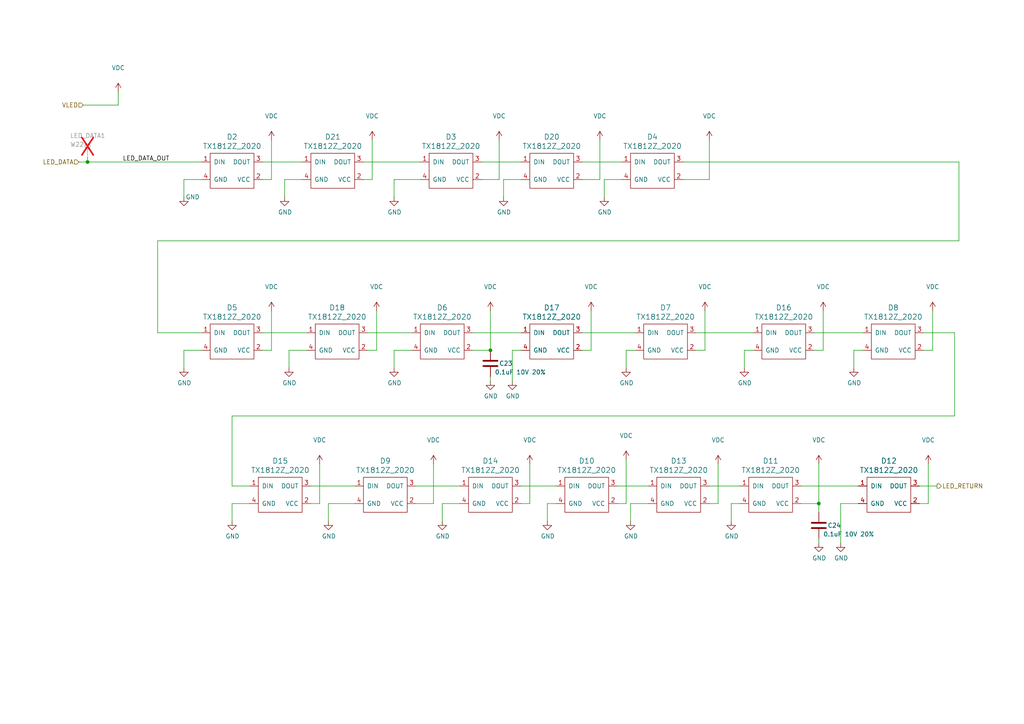
<source format=kicad_sch>
(kicad_sch (version 20231120) (generator "eeschema") (generator_version "8.0")
  (paper "A4")
  (title_block (title "Pixels D20 Schematic, LEDs") (date "2020-04-13") (rev "2") (company "Systemic Games, LLC"))
  (lib_symbols
    (symbol "Device:C" (pin_numbers hide) (pin_names (offset 0.254))
      (property "Reference" "C" (at 0.635 2.54 0))
      (property "Value" "C" (at 0.635 -2.54 0))
      (symbol "C_0_1"
        (polyline (pts (xy -2.032 -0.762) (xy 2.032 -0.762)) (stroke (width 0.508)))
        (polyline (pts (xy -2.032 0.762) (xy 2.032 0.762)) (stroke (width 0.508)))
      )
      (symbol "C_1_1"
        (pin passive line (at 0 3.81 270) (length 2.794) (name "~") (number "1"))
        (pin passive line (at 0 -3.81 90) (length 2.794) (name "~") (number "2"))
      )
    )
    (symbol "Pixels-dice:TEST_1P-conn" (pin_numbers hide) (pin_names (offset 0.762) hide)
      (property "Reference" "W" (at 0 6.858 0))
      (property "Value" "TEST_1P-conn" (at 0 5.08 0))
      (symbol "TEST_1P-conn_0_1"
        (circle (center 0 3.302) (radius 0.762))
      )
      (symbol "TEST_1P-conn_1_1"
        (pin passive line (at 0 0 90) (length 2.54) (name "1") (number "1"))
      )
    )
    (symbol "Pixels-dice:TX1812Z_2020" (pin_names (offset 1.016))
      (property "Reference" "D" (at 0 -6.35 0))
      (property "Value" "TX1812Z_2020" (at 0 6.35 0))
      (symbol "TX1812Z_2020_0_1"
        (rectangle (start -6.35 5.08) (end 6.35 -5.08))
      )
      (symbol "TX1812Z_2020_1_1"
        (pin input line (at -8.89 2.54 0) (length 2.54) (name "DIN") (number "1"))
        (pin power_in line (at 8.89 -2.54 180) (length 2.54) (name "VCC") (number "2"))
        (pin output line (at 8.89 2.54 180) (length 2.54) (name "DOUT") (number "3"))
        (pin power_in line (at -8.89 -2.54 0) (length 2.54) (name "GND") (number "4"))
      )
    )
    (symbol "power:GND" (power) (pin_names (offset 0))
      (property "Value" "GND" (at 0 -3.81 0))
      (symbol "GND_0_1"
        (polyline (pts (xy 0 0) (xy 0 -1.27) (xy 1.27 -1.27) (xy 0 -2.54) (xy -1.27 -1.27) (xy 0 -1.27)))
      )
      (symbol "GND_1_1"
        (pin power_in line (at 0 0 270) (length 0) hide (name "GND") (number "1"))
      )
    )
    (symbol "power:VDC" (power) (pin_names (offset 0))
      (property "Value" "VDC" (at 0 6.35 0))
      (symbol "VDC_0_1"
        (polyline (pts (xy -0.762 1.27) (xy 0 2.54)))
        (polyline (pts (xy 0 0) (xy 0 2.54)))
        (polyline (pts (xy 0 2.54) (xy 0.762 1.27)))
      )
      (symbol "VDC_1_1"
        (pin power_in line (at 0 0 90) (length 0) hide (name "VDC") (number "1"))
      )
    )
  )
  (junction (at 25.4 46.99))
  (junction (at 237.49 146.05))
  (junction (at 142.24 101.6))
  (wire (pts (xy 168.91 46.99) (xy 180.34 46.99)))
  (wire (pts (xy 181.61 101.6) (xy 181.61 106.68)))
  (wire (pts (xy 105.41 52.07) (xy 107.95 52.07)))
  (wire (pts (xy 105.41 46.99) (xy 121.92 46.99)))
  (wire (pts (xy 92.71 134.62) (xy 92.71 146.05)))
  (wire (pts (xy 58.42 96.52) (xy 45.72 96.52)))
  (wire (pts (xy 278.13 69.85) (xy 45.72 69.85)))
  (wire (pts (xy 201.93 101.6) (xy 204.47 101.6)))
  (wire (pts (xy 53.34 52.07) (xy 53.34 57.15)))
  (wire (pts (xy 237.49 148.59) (xy 237.49 146.05)))
  (wire (pts (xy 236.22 96.52) (xy 250.19 96.52)))
  (wire (pts (xy 72.39 140.97) (xy 67.31 140.97)))
  (wire (pts (xy 76.2 96.52) (xy 88.9 96.52)))
  (wire (pts (xy 278.13 46.99) (xy 278.13 69.85)))
  (wire (pts (xy 125.73 134.62) (xy 125.73 146.05)))
  (wire (pts (xy 175.26 52.07) (xy 175.26 57.15)))
  (wire (pts (xy 90.17 146.05) (xy 92.71 146.05)))
  (wire (pts (xy 95.25 146.05) (xy 95.25 151.13)))
  (wire (pts (xy 142.24 109.22) (xy 142.24 110.49)))
  (wire (pts (xy 67.31 146.05) (xy 72.39 146.05)))
  (wire (pts (xy 205.74 40.64) (xy 205.74 52.07)))
  (wire (pts (xy 53.34 106.68) (xy 53.34 101.6)))
  (wire (pts (xy 78.74 90.17) (xy 78.74 101.6)))
  (wire (pts (xy 168.91 52.07) (xy 173.99 52.07)))
  (wire (pts (xy 114.3 52.07) (xy 114.3 57.15)))
  (wire (pts (xy 106.68 101.6) (xy 109.22 101.6)))
  (wire (pts (xy 243.84 146.05) (xy 248.92 146.05)))
  (wire (pts (xy 128.27 151.13) (xy 128.27 146.05)))
  (wire (pts (xy 198.12 52.07) (xy 205.74 52.07)))
  (wire (pts (xy 237.49 156.21) (xy 237.49 157.48)))
  (wire (pts (xy 215.9 101.6) (xy 218.44 101.6)))
  (wire (pts (xy 212.09 146.05) (xy 214.63 146.05)))
  (wire (pts (xy 114.3 101.6) (xy 119.38 101.6)))
  (wire (pts (xy 25.4 45.72) (xy 25.4 46.99)))
  (wire (pts (xy 208.28 134.62) (xy 208.28 146.05)))
  (wire (pts (xy 151.13 146.05) (xy 153.67 146.05)))
  (wire (pts (xy 76.2 101.6) (xy 78.74 101.6)))
  (wire (pts (xy 151.13 140.97) (xy 161.29 140.97)))
  (wire (pts (xy 67.31 140.97) (xy 67.31 120.65)))
  (wire (pts (xy 269.24 134.62) (xy 269.24 146.05)))
  (wire (pts (xy 266.7 146.05) (xy 269.24 146.05)))
  (wire (pts (xy 205.74 146.05) (xy 208.28 146.05)))
  (wire (pts (xy 95.25 146.05) (xy 102.87 146.05)))
  (wire (pts (xy 205.74 140.97) (xy 214.63 140.97)))
  (wire (pts (xy 53.34 52.07) (xy 58.42 52.07)))
  (wire (pts (xy 114.3 106.68) (xy 114.3 101.6)))
  (wire (pts (xy 45.72 69.85) (xy 45.72 96.52)))
  (wire (pts (xy 267.97 101.6) (xy 270.51 101.6)))
  (wire (pts (xy 168.91 96.52) (xy 184.15 96.52)))
  (wire (pts (xy 247.65 101.6) (xy 247.65 106.68)))
  (wire (pts (xy 34.29 30.48) (xy 34.29 26.67)))
  (wire (pts (xy 204.47 90.17) (xy 204.47 101.6)))
  (wire (pts (xy 148.59 101.6) (xy 151.13 101.6)))
  (wire (pts (xy 232.41 146.05) (xy 237.49 146.05)))
  (wire (pts (xy 76.2 46.99) (xy 87.63 46.99)))
  (wire (pts (xy 139.7 52.07) (xy 144.78 52.07)))
  (wire (pts (xy 142.24 90.17) (xy 142.24 101.6)))
  (wire (pts (xy 181.61 101.6) (xy 184.15 101.6)))
  (wire (pts (xy 109.22 90.17) (xy 109.22 101.6)))
  (wire (pts (xy 182.88 146.05) (xy 187.96 146.05)))
  (wire (pts (xy 83.82 101.6) (xy 88.9 101.6)))
  (wire (pts (xy 182.88 151.13) (xy 182.88 146.05)))
  (wire (pts (xy 243.84 157.48) (xy 243.84 146.05)))
  (wire (pts (xy 212.09 146.05) (xy 212.09 151.13)))
  (wire (pts (xy 25.4 46.99) (xy 58.42 46.99)))
  (wire (pts (xy 179.07 146.05) (xy 181.61 146.05)))
  (wire (pts (xy 276.86 96.52) (xy 267.97 96.52)))
  (wire (pts (xy 120.65 140.97) (xy 133.35 140.97)))
  (wire (pts (xy 146.05 57.15) (xy 146.05 52.07)))
  (wire (pts (xy 107.95 40.64) (xy 107.95 52.07)))
  (wire (pts (xy 144.78 40.64) (xy 144.78 52.07)))
  (wire (pts (xy 236.22 101.6) (xy 238.76 101.6)))
  (wire (pts (xy 137.16 101.6) (xy 142.24 101.6)))
  (wire (pts (xy 139.7 46.99) (xy 151.13 46.99)))
  (wire (pts (xy 82.55 52.07) (xy 87.63 52.07)))
  (wire (pts (xy 128.27 146.05) (xy 133.35 146.05)))
  (wire (pts (xy 171.45 90.17) (xy 171.45 101.6)))
  (wire (pts (xy 137.16 96.52) (xy 151.13 96.52)))
  (wire (pts (xy 106.68 96.52) (xy 119.38 96.52)))
  (wire (pts (xy 114.3 52.07) (xy 121.92 52.07)))
  (wire (pts (xy 153.67 134.62) (xy 153.67 146.05)))
  (wire (pts (xy 90.17 140.97) (xy 102.87 140.97)))
  (wire (pts (xy 238.76 90.17) (xy 238.76 101.6)))
  (wire (pts (xy 175.26 52.07) (xy 180.34 52.07)))
  (wire (pts (xy 146.05 52.07) (xy 151.13 52.07)))
  (wire (pts (xy 276.86 120.65) (xy 276.86 96.52)))
  (wire (pts (xy 215.9 101.6) (xy 215.9 106.68)))
  (wire (pts (xy 22.86 46.99) (xy 25.4 46.99)))
  (wire (pts (xy 76.2 52.07) (xy 78.74 52.07)))
  (wire (pts (xy 266.7 140.97) (xy 271.78 140.97)))
  (wire (pts (xy 181.61 133.35) (xy 181.61 146.05)))
  (wire (pts (xy 173.99 40.64) (xy 173.99 52.07)))
  (wire (pts (xy 201.93 96.52) (xy 218.44 96.52)))
  (wire (pts (xy 148.59 101.6) (xy 148.59 110.49)))
  (wire (pts (xy 78.74 40.64) (xy 78.74 52.07)))
  (wire (pts (xy 158.75 151.13) (xy 158.75 146.05)))
  (wire (pts (xy 198.12 46.99) (xy 278.13 46.99)))
  (wire (pts (xy 67.31 151.13) (xy 67.31 146.05)))
  (wire (pts (xy 232.41 140.97) (xy 248.92 140.97)))
  (wire (pts (xy 24.13 30.48) (xy 34.29 30.48)))
  (wire (pts (xy 168.91 101.6) (xy 171.45 101.6)))
  (wire (pts (xy 67.31 120.65) (xy 276.86 120.65)))
  (wire (pts (xy 82.55 57.15) (xy 82.55 52.07)))
  (wire (pts (xy 247.65 101.6) (xy 250.19 101.6)))
  (wire (pts (xy 158.75 146.05) (xy 161.29 146.05)))
  (wire (pts (xy 83.82 106.68) (xy 83.82 101.6)))
  (wire (pts (xy 270.51 90.17) (xy 270.51 101.6)))
  (wire (pts (xy 179.07 140.97) (xy 187.96 140.97)))
  (wire (pts (xy 53.34 101.6) (xy 58.42 101.6)))
  (wire (pts (xy 120.65 146.05) (xy 125.73 146.05)))
  (wire (pts (xy 237.49 134.62) (xy 237.49 146.05)))
  (label "LED_DATA_OUT" (at 35.56 46.99 0))
  (hierarchical_label "LED_DATA" (shape input) (at 22.86 46.99 180))
  (hierarchical_label "LED_RETURN" (shape output) (at 271.78 140.97 0))
  (hierarchical_label "VLED" (shape input) (at 24.13 30.48 180))
  (symbol (lib_id "Pixels-dice:TEST_1P-conn") (at 25.4 45.72 0) (unit 1) (in_bom no) (dnp yes)
    (property "Reference" "W22" (at 20.32 41.91 0) (effects (justify left)))
    (property "Value" "LED_DATA1" (at 20.32 39.37 0) (effects (justify left)))
    (property "Footprint" "Pixels-dice:TEST_PIN" (effects (hide yes)))
    (property "Generic OK" "N/A" (effects (hide yes)))
  )
  (symbol (lib_id "power:VDC") (at 34.29 26.67 0) (unit 1)
    (property "Reference" "#PWR0102" (effects (hide yes)))
    (property "Value" "VDC" (at 34.29 19.685 0))
  )
  (symbol (lib_id "power:VDC") (at 78.74 40.64 0) (unit 1)
    (property "Reference" "#PWR0103" (effects (hide yes)))
    (property "Value" "VDC" (at 78.74 33.655 0))
  )
  (symbol (lib_id "power:VDC") (at 107.95 40.64 0) (unit 1)
    (property "Reference" "#PWR0104" (effects (hide yes)))
    (property "Value" "VDC" (at 107.95 33.655 0))
  )
  (symbol (lib_id "power:GND") (at 53.34 57.15 0) (unit 1)
    (property "Reference" "#PWR0105" (effects (hide yes)))
    (property "Value" "GND" (at 55.88 57.15 0))
  )
  (symbol (lib_id "power:GND") (at 82.55 57.15 0) (unit 1)
    (property "Reference" "#PWR0106" (effects (hide yes)))
    (property "Value" "GND" (at 82.677 61.5442 0))
  )
  (symbol (lib_id "power:VDC") (at 144.78 40.64 0) (unit 1)
    (property "Reference" "#PWR0107" (effects (hide yes)))
    (property "Value" "VDC" (at 144.78 33.655 0))
  )
  (symbol (lib_id "power:VDC") (at 173.99 40.64 0) (unit 1)
    (property "Reference" "#PWR0108" (effects (hide yes)))
    (property "Value" "VDC" (at 173.99 33.655 0))
  )
  (symbol (lib_id "power:GND") (at 114.3 57.15 0) (unit 1)
    (property "Reference" "#PWR0109" (effects (hide yes)))
    (property "Value" "GND" (at 114.427 61.5442 0))
  )
  (symbol (lib_id "power:GND") (at 146.05 57.15 0) (unit 1)
    (property "Reference" "#PWR0110" (effects (hide yes)))
    (property "Value" "GND" (at 146.177 61.5442 0))
  )
  (symbol (lib_id "power:VDC") (at 205.74 40.64 0) (unit 1)
    (property "Reference" "#PWR0111" (effects (hide yes)))
    (property "Value" "VDC" (at 205.74 33.655 0))
  )
  (symbol (lib_id "power:VDC") (at 142.24 90.17 0) (unit 1)
    (property "Reference" "#PWR0113" (effects (hide yes)))
    (property "Value" "VDC" (at 142.24 83.185 0))
  )
  (symbol (lib_id "power:GND") (at 53.34 106.68 0) (unit 1)
    (property "Reference" "#PWR0115" (effects (hide yes)))
    (property "Value" "GND" (at 53.467 111.0742 0))
  )
  (symbol (lib_id "power:GND") (at 175.26 57.15 0) (unit 1)
    (property "Reference" "#PWR0116" (effects (hide yes)))
    (property "Value" "GND" (at 175.387 61.5442 0))
  )
  (symbol (lib_id "power:VDC") (at 125.73 134.62 0) (unit 1)
    (property "Reference" "#PWR0117" (effects (hide yes)))
    (property "Value" "VDC" (at 125.73 127.635 0))
  )
  (symbol (lib_id "power:VDC") (at 181.61 133.35 0) (unit 1)
    (property "Reference" "#PWR0118" (effects (hide yes)))
    (property "Value" "VDC" (at 181.61 126.365 0))
  )
  (symbol (lib_id "power:GND") (at 95.25 151.13 0) (unit 1)
    (property "Reference" "#PWR0119" (effects (hide yes)))
    (property "Value" "GND" (at 95.377 155.5242 0))
  )
  (symbol (lib_id "power:GND") (at 158.75 151.13 0) (unit 1)
    (property "Reference" "#PWR0120" (effects (hide yes)))
    (property "Value" "GND" (at 158.877 155.5242 0))
  )
  (symbol (lib_id "power:VDC") (at 237.49 134.62 0) (unit 1)
    (property "Reference" "#PWR019" (effects (hide yes)))
    (property "Value" "VDC" (at 237.49 127.635 0))
  )
  (symbol (lib_id "power:GND") (at 212.09 151.13 0) (unit 1)
    (property "Reference" "#PWR0122" (effects (hide yes)))
    (property "Value" "GND" (at 212.217 155.5242 0))
  )
  (symbol (lib_id "Device:C") (at 142.24 105.41 0) (unit 1)
    (property "Reference" "C23" (at 144.78 105.41 0) (effects (justify left)))
    (property "Value" "0.1uF 10V 20%" (at 143.51 107.95 0) (effects (justify left)))
    (property "Footprint" "Pixels-dice:C_0402_1005Metric" (effects (hide yes)))
    (property "Generic OK" "YES" (effects (hide yes)))
    (property "Pixels Part Number" "SMD-C005" (effects (hide yes)))
    (property "Manufacturer" "Murata" (effects (hide yes)))
    (property "Manufacturer Part Number" "GRM155R61H104KE19D" (effects (hide yes)))
  )
  (symbol (lib_id "power:GND") (at 142.24 110.49 0) (unit 1)
    (property "Reference" "#PWR0140" (effects (hide yes)))
    (property "Value" "GND" (at 142.367 114.8842 0))
  )
  (symbol (lib_id "Device:C") (at 237.49 152.4 0) (unit 1)
    (property "Reference" "C24" (at 240.03 152.4 0) (effects (justify left)))
    (property "Value" "0.1uF 10V 20%" (at 238.76 154.94 0) (effects (justify left)))
    (property "Footprint" "Pixels-dice:C_0402_1005Metric" (effects (hide yes)))
    (property "Generic OK" "YES" (effects (hide yes)))
    (property "Pixels Part Number" "SMD-C005" (effects (hide yes)))
    (property "Manufacturer" "Murata" (effects (hide yes)))
    (property "Manufacturer Part Number" "GRM155R61H104KE19D" (effects (hide yes)))
  )
  (symbol (lib_id "power:GND") (at 237.49 157.48 0) (unit 1)
    (property "Reference" "#PWR0141" (effects (hide yes)))
    (property "Value" "GND" (at 237.617 161.8742 0))
  )
  (symbol (lib_id "Pixels-dice:TX1812Z_2020") (at 67.31 49.53 0) (unit 1)
    (property "Reference" "D2" (at 67.31 39.7002 0) (effects (font (size 1.524 1.524))))
    (property "Value" "TX1812Z_2020" (at 67.31 42.3926 0) (effects (font (size 1.524 1.524))))
    (property "Footprint" "Pixels-dice:TX1812Z_2020" (effects (hide yes)))
    (property "Manufacturer" "TCWIN" (effects (hide yes)))
    (property "Manufacturer Part Number" "TX1812Z 2020" (effects (hide yes)))
    (property "Pixels Part Number" "SMD-D002-ALT2" (effects (hide yes)))
    (property "Generic OK" "NO" (effects (hide yes)))
  )
  (symbol (lib_id "Pixels-dice:TX1812Z_2020") (at 130.81 49.53 0) (unit 1)
    (property "Reference" "D3" (at 130.81 39.7002 0) (effects (font (size 1.524 1.524))))
    (property "Value" "TX1812Z_2020" (at 130.81 42.3926 0) (effects (font (size 1.524 1.524))))
    (property "Footprint" "Pixels-dice:TX1812Z_2020" (effects (hide yes)))
    (property "Manufacturer" "TCWIN" (effects (hide yes)))
    (property "Manufacturer Part Number" "TX1812Z 2020" (effects (hide yes)))
    (property "Pixels Part Number" "SMD-D002-ALT2" (effects (hide yes)))
    (property "Generic OK" "NO" (effects (hide yes)))
  )
  (symbol (lib_id "Pixels-dice:TX1812Z_2020") (at 189.23 49.53 0) (unit 1)
    (property "Reference" "D4" (at 189.23 39.7002 0) (effects (font (size 1.524 1.524))))
    (property "Value" "TX1812Z_2020" (at 189.23 42.3926 0) (effects (font (size 1.524 1.524))))
    (property "Footprint" "Pixels-dice:TX1812Z_2020" (effects (hide yes)))
    (property "Manufacturer" "TCWIN" (effects (hide yes)))
    (property "Manufacturer Part Number" "TX1812Z 2020" (effects (hide yes)))
    (property "Pixels Part Number" "SMD-D002-ALT2" (effects (hide yes)))
    (property "Generic OK" "NO" (effects (hide yes)))
  )
  (symbol (lib_id "Pixels-dice:TX1812Z_2020") (at 67.31 99.06 0) (unit 1)
    (property "Reference" "D5" (at 67.31 89.2302 0) (effects (font (size 1.524 1.524))))
    (property "Value" "TX1812Z_2020" (at 67.31 91.9226 0) (effects (font (size 1.524 1.524))))
    (property "Footprint" "Pixels-dice:TX1812Z_2020" (effects (hide yes)))
    (property "Manufacturer" "TCWIN" (effects (hide yes)))
    (property "Manufacturer Part Number" "TX1812Z 2020" (effects (hide yes)))
    (property "Pixels Part Number" "SMD-D002-ALT2" (effects (hide yes)))
    (property "Generic OK" "NO" (effects (hide yes)))
  )
  (symbol (lib_id "Pixels-dice:TX1812Z_2020") (at 128.27 99.06 0) (unit 1)
    (property "Reference" "D6" (at 128.27 89.2302 0) (effects (font (size 1.524 1.524))))
    (property "Value" "TX1812Z_2020" (at 128.27 91.9226 0) (effects (font (size 1.524 1.524))))
    (property "Footprint" "Pixels-dice:TX1812Z_2020" (effects (hide yes)))
    (property "Manufacturer" "TCWIN" (effects (hide yes)))
    (property "Manufacturer Part Number" "TX1812Z 2020" (effects (hide yes)))
    (property "Pixels Part Number" "SMD-D002-ALT2" (effects (hide yes)))
    (property "Generic OK" "NO" (effects (hide yes)))
  )
  (symbol (lib_id "Pixels-dice:TX1812Z_2020") (at 193.04 99.06 0) (unit 1)
    (property "Reference" "D7" (at 193.04 89.2302 0) (effects (font (size 1.524 1.524))))
    (property "Value" "TX1812Z_2020" (at 193.04 91.9226 0) (effects (font (size 1.524 1.524))))
    (property "Footprint" "Pixels-dice:TX1812Z_2020" (effects (hide yes)))
    (property "Manufacturer" "TCWIN" (effects (hide yes)))
    (property "Manufacturer Part Number" "TX1812Z 2020" (effects (hide yes)))
    (property "Pixels Part Number" "SMD-D002-ALT2" (effects (hide yes)))
    (property "Generic OK" "NO" (effects (hide yes)))
  )
  (symbol (lib_id "Pixels-dice:TX1812Z_2020") (at 259.08 99.06 0) (unit 1)
    (property "Reference" "D8" (at 259.08 89.2302 0) (effects (font (size 1.524 1.524))))
    (property "Value" "TX1812Z_2020" (at 259.08 91.9226 0) (effects (font (size 1.524 1.524))))
    (property "Footprint" "Pixels-dice:TX1812Z_2020" (effects (hide yes)))
    (property "Manufacturer" "TCWIN" (effects (hide yes)))
    (property "Manufacturer Part Number" "TX1812Z 2020" (effects (hide yes)))
    (property "Pixels Part Number" "SMD-D002-ALT2" (effects (hide yes)))
    (property "Generic OK" "NO" (effects (hide yes)))
  )
  (symbol (lib_id "Pixels-dice:TX1812Z_2020") (at 111.76 143.51 0) (unit 1)
    (property "Reference" "D9" (at 111.76 133.6802 0) (effects (font (size 1.524 1.524))))
    (property "Value" "TX1812Z_2020" (at 111.76 136.3726 0) (effects (font (size 1.524 1.524))))
    (property "Footprint" "Pixels-dice:TX1812Z_2020" (effects (hide yes)))
    (property "Manufacturer" "TCWIN" (effects (hide yes)))
    (property "Manufacturer Part Number" "TX1812Z 2020" (effects (hide yes)))
    (property "Pixels Part Number" "SMD-D002-ALT2" (effects (hide yes)))
    (property "Generic OK" "NO" (effects (hide yes)))
  )
  (symbol (lib_id "Pixels-dice:TX1812Z_2020") (at 170.18 143.51 0) (unit 1)
    (property "Reference" "D10" (at 170.18 133.6802 0) (effects (font (size 1.524 1.524))))
    (property "Value" "TX1812Z_2020" (at 170.18 136.3726 0) (effects (font (size 1.524 1.524))))
    (property "Footprint" "Pixels-dice:TX1812Z_2020" (effects (hide yes)))
    (property "Manufacturer" "TCWIN" (effects (hide yes)))
    (property "Manufacturer Part Number" "TX1812Z 2020" (effects (hide yes)))
    (property "Pixels Part Number" "SMD-D002-ALT2" (effects (hide yes)))
    (property "Generic OK" "NO" (effects (hide yes)))
  )
  (symbol (lib_id "Pixels-dice:TX1812Z_2020") (at 223.52 143.51 0) (unit 1)
    (property "Reference" "D11" (at 223.52 133.6802 0) (effects (font (size 1.524 1.524))))
    (property "Value" "TX1812Z_2020" (at 223.52 136.3726 0) (effects (font (size 1.524 1.524))))
    (property "Footprint" "Pixels-dice:TX1812Z_2020" (effects (hide yes)))
    (property "Manufacturer" "TCWIN" (effects (hide yes)))
    (property "Manufacturer Part Number" "TX1812Z 2020" (effects (hide yes)))
    (property "Pixels Part Number" "SMD-D002-ALT2" (effects (hide yes)))
    (property "Generic OK" "NO" (effects (hide yes)))
  )
  (symbol (lib_id "power:VDC") (at 269.24 134.62 0) (unit 1)
    (property "Reference" "#PWR054" (effects (hide yes)))
    (property "Value" "VDC" (at 269.24 127.635 0))
  )
  (symbol (lib_id "power:GND") (at 148.59 110.49 0) (unit 1)
    (property "Reference" "#PWR030" (effects (hide yes)))
    (property "Value" "GND" (at 148.717 114.8842 0))
  )
  (symbol (lib_id "power:VDC") (at 204.47 90.17 0) (unit 1)
    (property "Reference" "#PWR043" (effects (hide yes)))
    (property "Value" "VDC" (at 204.47 83.185 0))
  )
  (symbol (lib_id "power:GND") (at 247.65 106.68 0) (unit 1)
    (property "Reference" "#PWR027" (effects (hide yes)))
    (property "Value" "GND" (at 247.777 111.0742 0))
  )
  (symbol (lib_id "power:VDC") (at 238.76 90.17 0) (unit 1)
    (property "Reference" "#PWR055" (effects (hide yes)))
    (property "Value" "VDC" (at 238.76 83.185 0))
  )
  (symbol (lib_id "power:GND") (at 243.84 157.48 0) (unit 1)
    (property "Reference" "#PWR025" (effects (hide yes)))
    (property "Value" "GND" (at 243.967 161.8742 0))
  )
  (symbol (lib_id "Pixels-dice:TX1812Z_2020") (at 227.33 99.06 0) (unit 1)
    (property "Reference" "D16" (at 227.33 89.2302 0) (effects (font (size 1.524 1.524))))
    (property "Value" "TX1812Z_2020" (at 227.33 91.9226 0) (effects (font (size 1.524 1.524))))
    (property "Footprint" "Pixels-dice:TX1812Z_2020" (effects (hide yes)))
    (property "Manufacturer" "TCWIN" (effects (hide yes)))
    (property "Manufacturer Part Number" "TX1812Z 2020" (effects (hide yes)))
    (property "Pixels Part Number" "SMD-D002-ALT2" (effects (hide yes)))
    (property "Generic OK" "NO" (effects (hide yes)))
  )
  (symbol (lib_id "power:VDC") (at 171.45 90.17 0) (unit 1)
    (property "Reference" "#PWR042" (effects (hide yes)))
    (property "Value" "VDC" (at 171.45 83.185 0))
  )
  (symbol (lib_id "power:GND") (at 67.31 151.13 0) (unit 1)
    (property "Reference" "#PWR018" (effects (hide yes)))
    (property "Value" "GND" (at 67.437 155.5242 0))
  )
  (symbol (lib_id "power:VDC") (at 109.22 90.17 0) (unit 1)
    (property "Reference" "#PWR035" (effects (hide yes)))
    (property "Value" "VDC" (at 109.22 83.185 0))
  )
  (symbol (lib_id "power:GND") (at 83.82 106.68 0) (unit 1)
    (property "Reference" "#PWR012" (effects (hide yes)))
    (property "Value" "GND" (at 83.947 111.0742 0))
  )
  (symbol (lib_id "power:VDC") (at 270.51 90.17 0) (unit 1)
    (property "Reference" "#PWR056" (effects (hide yes)))
    (property "Value" "VDC" (at 270.51 83.185 0))
  )
  (symbol (lib_id "power:GND") (at 181.61 106.68 0) (unit 1)
    (property "Reference" "#PWR029" (effects (hide yes)))
    (property "Value" "GND" (at 181.737 111.0742 0))
  )
  (symbol (lib_id "power:GND") (at 182.88 151.13 0) (unit 1)
    (property "Reference" "#PWR024" (effects (hide yes)))
    (property "Value" "GND" (at 183.007 155.5242 0))
  )
  (symbol (lib_id "Pixels-dice:TX1812Z_2020") (at 96.52 49.53 0) (unit 1)
    (property "Reference" "D21" (at 96.52 39.7002 0) (effects (font (size 1.524 1.524))))
    (property "Value" "TX1812Z_2020" (at 96.52 42.3926 0) (effects (font (size 1.524 1.524))))
    (property "Footprint" "Pixels-dice:TX1812Z_2020" (effects (hide yes)))
    (property "Manufacturer" "TCWIN" (effects (hide yes)))
    (property "Manufacturer Part Number" "TX1812Z 2020" (effects (hide yes)))
    (property "Pixels Part Number" "SMD-D002-ALT2" (effects (hide yes)))
    (property "Generic OK" "NO" (effects (hide yes)))
  )
  (symbol (lib_id "Pixels-dice:TX1812Z_2020") (at 160.02 99.06 0) (unit 1)
    (property "Reference" "D17" (at 160.02 89.2302 0) (effects (font (size 1.524 1.524))))
    (property "Value" "TX1812Z_2020" (at 160.02 91.9226 0) (effects (font (size 1.524 1.524))))
    (property "Footprint" "Pixels-dice:TX1812Z_2020" (effects (hide yes)))
    (property "Manufacturer" "TCWIN" (effects (hide yes)))
    (property "Manufacturer Part Number" "TX1812Z 2020" (effects (hide yes)))
    (property "Pixels Part Number" "SMD-D002-ALT2" (effects (hide yes)))
    (property "Generic OK" "NO" (effects (hide yes)))
  )
  (symbol (lib_id "power:VDC") (at 78.74 90.17 0) (unit 1)
    (property "Reference" "#PWR031" (effects (hide yes)))
    (property "Value" "VDC" (at 78.74 83.185 0))
  )
  (symbol (lib_id "power:GND") (at 114.3 106.68 0) (unit 1)
    (property "Reference" "#PWR017" (effects (hide yes)))
    (property "Value" "GND" (at 114.427 111.0742 0))
  )
  (symbol (lib_id "Pixels-dice:TX1812Z_2020") (at 142.24 143.51 0) (unit 1)
    (property "Reference" "D14" (at 142.24 133.6802 0) (effects (font (size 1.524 1.524))))
    (property "Value" "TX1812Z_2020" (at 142.24 136.3726 0) (effects (font (size 1.524 1.524))))
    (property "Footprint" "Pixels-dice:TX1812Z_2020" (effects (hide yes)))
    (property "Manufacturer" "TCWIN" (effects (hide yes)))
    (property "Manufacturer Part Number" "TX1812Z 2020" (effects (hide yes)))
    (property "Pixels Part Number" "SMD-D002-ALT2" (effects (hide yes)))
    (property "Generic OK" "NO" (effects (hide yes)))
  )
  (symbol (lib_id "Pixels-dice:TX1812Z_2020") (at 81.28 143.51 0) (unit 1)
    (property "Reference" "D15" (at 81.28 133.6802 0) (effects (font (size 1.524 1.524))))
    (property "Value" "TX1812Z_2020" (at 81.28 136.3726 0) (effects (font (size 1.524 1.524))))
    (property "Footprint" "Pixels-dice:TX1812Z_2020" (effects (hide yes)))
    (property "Manufacturer" "TCWIN" (effects (hide yes)))
    (property "Manufacturer Part Number" "TX1812Z 2020" (effects (hide yes)))
    (property "Pixels Part Number" "SMD-D002-ALT2" (effects (hide yes)))
    (property "Generic OK" "NO" (effects (hide yes)))
  )
  (symbol (lib_id "power:VDC") (at 153.67 134.62 0) (unit 1)
    (property "Reference" "#PWR049" (effects (hide yes)))
    (property "Value" "VDC" (at 153.67 127.635 0))
  )
  (symbol (lib_id "Pixels-dice:TX1812Z_2020") (at 97.79 99.06 0) (unit 1)
    (property "Reference" "D18" (at 97.79 89.2302 0) (effects (font (size 1.524 1.524))))
    (property "Value" "TX1812Z_2020" (at 97.79 91.9226 0) (effects (font (size 1.524 1.524))))
    (property "Footprint" "Pixels-dice:TX1812Z_2020" (effects (hide yes)))
    (property "Manufacturer" "TCWIN" (effects (hide yes)))
    (property "Manufacturer Part Number" "TX1812Z 2020" (effects (hide yes)))
    (property "Pixels Part Number" "SMD-D002-ALT2" (effects (hide yes)))
    (property "Generic OK" "NO" (effects (hide yes)))
  )
  (symbol (lib_id "Pixels-dice:TX1812Z_2020") (at 160.02 49.53 0) (unit 1)
    (property "Reference" "D20" (at 160.02 39.7002 0) (effects (font (size 1.524 1.524))))
    (property "Value" "TX1812Z_2020" (at 160.02 42.3926 0) (effects (font (size 1.524 1.524))))
    (property "Footprint" "Pixels-dice:TX1812Z_2020" (effects (hide yes)))
    (property "Manufacturer" "TCWIN" (effects (hide yes)))
    (property "Manufacturer Part Number" "TX1812Z 2020" (effects (hide yes)))
    (property "Pixels Part Number" "SMD-D002-ALT2" (effects (hide yes)))
    (property "Generic OK" "NO" (effects (hide yes)))
  )
  (symbol (lib_id "power:VDC") (at 92.71 134.62 0) (unit 1)
    (property "Reference" "#PWR044" (effects (hide yes)))
    (property "Value" "VDC" (at 92.71 127.635 0))
  )
  (symbol (lib_id "power:VDC") (at 208.28 134.62 0) (unit 1)
    (property "Reference" "#PWR053" (effects (hide yes)))
    (property "Value" "VDC" (at 208.28 127.635 0))
  )
  (symbol (lib_id "Pixels-dice:TX1812Z_2020") (at 257.81 143.51 0) (unit 1)
    (property "Reference" "D12" (at 257.81 133.6802 0) (effects (font (size 1.524 1.524))))
    (property "Value" "TX1812Z_2020" (at 257.81 136.3726 0) (effects (font (size 1.524 1.524))))
    (property "Footprint" "Pixels-dice:TX1812Z_2020" (effects (hide yes)))
    (property "Manufacturer" "TCWIN" (effects (hide yes)))
    (property "Manufacturer Part Number" "TX1812Z 2020" (effects (hide yes)))
    (property "Pixels Part Number" "SMD-D002-ALT2" (effects (hide yes)))
    (property "Generic OK" "NO" (effects (hide yes)))
  )
  (symbol (lib_id "Pixels-dice:TX1812Z_2020") (at 196.85 143.51 0) (unit 1)
    (property "Reference" "D13" (at 196.85 133.6802 0) (effects (font (size 1.524 1.524))))
    (property "Value" "TX1812Z_2020" (at 196.85 136.3726 0) (effects (font (size 1.524 1.524))))
    (property "Footprint" "Pixels-dice:TX1812Z_2020" (effects (hide yes)))
    (property "Manufacturer" "TCWIN" (effects (hide yes)))
    (property "Manufacturer Part Number" "TX1812Z 2020" (effects (hide yes)))
    (property "Pixels Part Number" "SMD-D002-ALT2" (effects (hide yes)))
    (property "Generic OK" "NO" (effects (hide yes)))
  )
  (symbol (lib_id "power:GND") (at 128.27 151.13 0) (unit 1)
    (property "Reference" "#PWR022" (effects (hide yes)))
    (property "Value" "GND" (at 128.397 155.5242 0))
  )
  (symbol (lib_id "power:GND") (at 215.9 106.68 0) (unit 1)
    (property "Reference" "#PWR028" (effects (hide yes)))
    (property "Value" "GND" (at 216.027 111.0742 0))
  )
)
</source>
